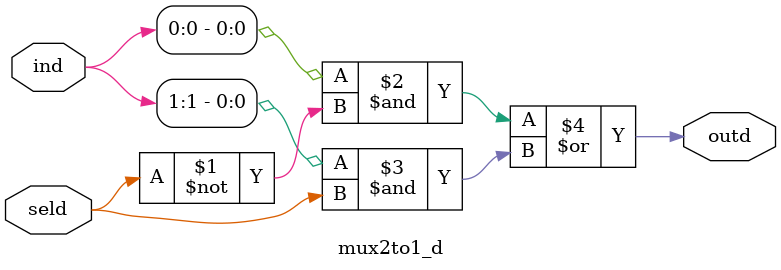
<source format=v>
`timescale 1ns / 1ps


module mux2to1_d(ind,seld,outd);
    input [1:0] ind ; input seld;
    output outd ;
    
    assign outd = (ind[0]&(~seld))|(ind[1]&(seld));
endmodule

</source>
